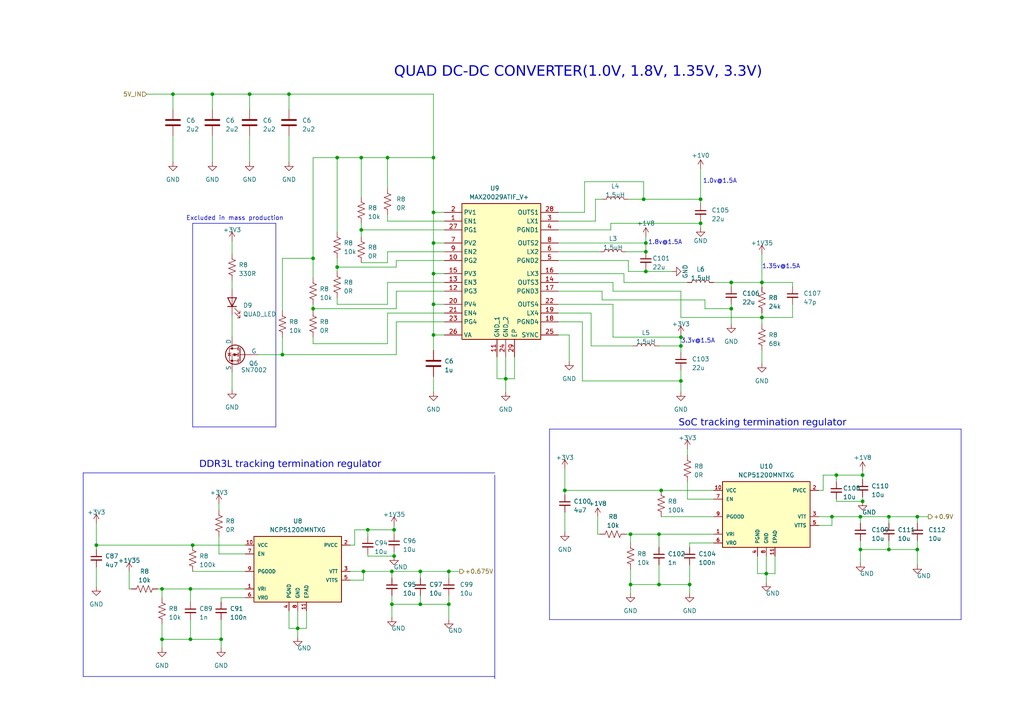
<source format=kicad_sch>
(kicad_sch (version 20230121) (generator eeschema)
  (paper "A4")
  (lib_symbols
    (symbol "Device:C" (pin_numbers hide) (pin_names (offset 0.254))
      (property "Reference" "C" (at 0.635 2.54 0))
      (property "Value" "C" (at 0.635 -2.54 0))
      (symbol "C_0_1"
        (polyline (pts (xy -2.032 -0.762) (xy 2.032 -0.762)) (stroke (width 0.508)))
        (polyline (pts (xy -2.032 0.762) (xy 2.032 0.762)) (stroke (width 0.508)))
      )
      (symbol "C_1_1"
        (pin passive line (at 0 3.81 270) (length 2.794) (name "~") (number "1"))
        (pin passive line (at 0 -3.81 90) (length 2.794) (name "~") (number "2"))
      )
    )
    (symbol "Device:C_Small" (pin_numbers hide) (pin_names (offset 0.254) hide)
      (property "Reference" "C" (at 0.254 1.778 0))
      (property "Value" "C_Small" (at 0.254 -2.032 0))
      (symbol "C_Small_0_1"
        (polyline (pts (xy -1.524 -0.508) (xy 1.524 -0.508)) (stroke (width 0.3302)))
        (polyline (pts (xy -1.524 0.508) (xy 1.524 0.508)) (stroke (width 0.3048)))
      )
      (symbol "C_Small_1_1"
        (pin passive line (at 0 2.54 270) (length 2.032) (name "~") (number "1"))
        (pin passive line (at 0 -2.54 90) (length 2.032) (name "~") (number "2"))
      )
    )
    (symbol "Device:L" (pin_numbers hide) (pin_names (offset 1.016) hide)
      (property "Reference" "L" (at -1.27 0 90))
      (property "Value" "L" (at 1.905 0 90))
      (symbol "L_0_1"
        (arc (start 0 -2.54) (mid 0.6323 -1.905) (end 0 -1.27))
        (arc (start 0 -1.27) (mid 0.6323 -0.635) (end 0 0))
        (arc (start 0 0) (mid 0.6323 0.635) (end 0 1.27))
        (arc (start 0 1.27) (mid 0.6323 1.905) (end 0 2.54))
      )
      (symbol "L_1_1"
        (pin passive line (at 0 3.81 270) (length 1.27) (name "1") (number "1"))
        (pin passive line (at 0 -3.81 90) (length 1.27) (name "2") (number "2"))
      )
    )
    (symbol "Device:LED" (pin_numbers hide) (pin_names (offset 1.016) hide)
      (property "Reference" "D" (at 0 2.54 0))
      (property "Value" "LED" (at 0 -2.54 0))
      (symbol "LED_0_1"
        (polyline (pts (xy -1.27 -1.27) (xy -1.27 1.27)) (stroke (width 0.254)))
        (polyline (pts (xy -1.27 0) (xy 1.27 0)))
        (polyline (pts (xy 1.27 -1.27) (xy 1.27 1.27) (xy -1.27 0) (xy 1.27 -1.27)) (stroke (width 0.254)))
        (polyline (pts (xy -3.048 -0.762) (xy -4.572 -2.286) (xy -3.81 -2.286) (xy -4.572 -2.286) (xy -4.572 -1.524)))
        (polyline (pts (xy -1.778 -0.762) (xy -3.302 -2.286) (xy -2.54 -2.286) (xy -3.302 -2.286) (xy -3.302 -1.524)))
      )
      (symbol "LED_1_1"
        (pin passive line (at -3.81 0 0) (length 2.54) (name "K") (number "1"))
        (pin passive line (at 3.81 0 180) (length 2.54) (name "A") (number "2"))
      )
    )
    (symbol "Device:R_US" (pin_numbers hide) (pin_names (offset 0))
      (property "Reference" "R" (at 2.54 0 90))
      (property "Value" "R_US" (at -2.54 0 90))
      (symbol "R_US_0_1"
        (polyline (pts (xy 0 -2.286) (xy 0 -2.54)))
        (polyline (pts (xy 0 2.286) (xy 0 2.54)))
        (polyline (pts (xy 0 -0.762) (xy 1.016 -1.143) (xy 0 -1.524) (xy -1.016 -1.905) (xy 0 -2.286)))
        (polyline (pts (xy 0 0.762) (xy 1.016 0.381) (xy 0 0) (xy -1.016 -0.381) (xy 0 -0.762)))
        (polyline (pts (xy 0 2.286) (xy 1.016 1.905) (xy 0 1.524) (xy -1.016 1.143) (xy 0 0.762)))
      )
      (symbol "R_US_1_1"
        (pin passive line (at 0 3.81 270) (length 1.27) (name "~") (number "1"))
        (pin passive line (at 0 -3.81 90) (length 1.27) (name "~") (number "2"))
      )
    )
    (symbol "MAX20029ATIF/V+:MAX20029ATIF_V+"
      (property "Reference" "U1" (at 30.48 -41.91 0))
      (property "Value" "MAX20029ATIF_V+" (at 31.75 -44.45 0))
      (symbol "MAX20029ATIF_V+_1_1"
        (rectangle (start 5.08 11.43) (end 27.94 -27.94) (stroke (width 0.254)) (fill (type background)))
        (pin passive line (at 0 6.35 0) (length 5.08) (name "EN1") (number "1"))
        (pin passive line (at 0 -5.08 0) (length 5.08) (name "PG2") (number "10"))
        (pin passive line (at 15.24 -33.02 90) (length 5.08) (name "GND_1") (number "11"))
        (pin passive line (at 0 -13.97 0) (length 5.08) (name "PG3") (number "12"))
        (pin passive line (at 0 -11.43 0) (length 5.08) (name "EN3") (number "13"))
        (pin passive line (at 33.02 -11.43 180) (length 5.08) (name "OUTS3") (number "14"))
        (pin passive line (at 0 -8.89 0) (length 5.08) (name "PV3") (number "15"))
        (pin passive line (at 33.02 -8.89 180) (length 5.08) (name "LX3") (number "16"))
        (pin passive line (at 33.02 -13.97 180) (length 5.08) (name "PGND3") (number "17"))
        (pin passive line (at 33.02 -22.86 180) (length 5.08) (name "PGND4") (number "18"))
        (pin passive line (at 33.02 -20.32 180) (length 5.08) (name "LX4") (number "19"))
        (pin passive line (at 0 8.89 0) (length 5.08) (name "PV1") (number "2"))
        (pin passive line (at 0 -17.78 0) (length 5.08) (name "PV4") (number "20"))
        (pin passive line (at 0 -20.32 0) (length 5.08) (name "EN4") (number "21"))
        (pin passive line (at 33.02 -17.78 180) (length 5.08) (name "OUTS4") (number "22"))
        (pin passive line (at 0 -22.86 0) (length 5.08) (name "PG4") (number "23"))
        (pin passive line (at 17.78 -33.02 90) (length 5.08) (name "GND_2") (number "24"))
        (pin passive line (at 33.02 -26.67 180) (length 5.08) (name "SYNC") (number "25"))
        (pin passive line (at 0 -26.67 0) (length 5.08) (name "VA") (number "26"))
        (pin passive line (at 0 3.81 0) (length 5.08) (name "PG1") (number "27"))
        (pin passive line (at 33.02 8.89 180) (length 5.08) (name "OUTS1") (number "28"))
        (pin passive line (at 20.32 -33.02 90) (length 5.08) (name "EP") (number "29"))
        (pin passive line (at 33.02 6.35 180) (length 5.08) (name "LX1") (number "3"))
        (pin passive line (at 33.02 3.81 180) (length 5.08) (name "PGND1") (number "4"))
        (pin passive line (at 33.02 -5.08 180) (length 5.08) (name "PGND2") (number "5"))
        (pin passive line (at 33.02 -2.54 180) (length 5.08) (name "LX2") (number "6"))
        (pin passive line (at 0 0 0) (length 5.08) (name "PV2") (number "7"))
        (pin passive line (at 33.02 0 180) (length 5.08) (name "OUTS2") (number "8"))
        (pin passive line (at 0 -2.54 0) (length 5.08) (name "EN2") (number "9"))
      )
    )
    (symbol "NCP51200MNTXG:NCP51200MNTXG" (pin_names (offset 1.016))
      (property "Reference" "U6" (at 0 17.145 0))
      (property "Value" "NCP51200MNTXG" (at 0 14.605 0))
      (symbol "NCP51200MNTXG_0_0"
        (rectangle (start -12.7 12.7) (end 12.7 -6.35) (stroke (width 0.254)) (fill (type background)))
        (pin input line (at -15.24 -2.54 0) (length 2.54) (name "VRI") (number "1"))
        (pin power_in line (at -15.24 10.16 0) (length 2.54) (name "VCC") (number "10"))
        (pin passive line (at 2.54 -8.89 90) (length 2.54) (name "EPAD") (number "11"))
        (pin power_in line (at 15.24 10.16 180) (length 2.54) (name "PVCC") (number "2"))
        (pin output line (at 15.24 2.54 180) (length 2.54) (name "VTT") (number "3"))
        (pin power_in line (at -2.54 -8.89 90) (length 2.54) (name "PGND") (number "4"))
        (pin input line (at 15.24 0 180) (length 2.54) (name "VTTS") (number "5"))
        (pin output line (at -15.24 -5.08 0) (length 2.54) (name "VRO") (number "6"))
        (pin input line (at -15.24 7.62 0) (length 2.54) (name "EN") (number "7"))
        (pin power_in line (at 0 -8.89 90) (length 2.54) (name "GND") (number "8"))
        (pin output line (at -15.24 2.54 0) (length 2.54) (name "PGOOD") (number "9"))
      )
    )
    (symbol "Simulation_SPICE:NMOS" (pin_numbers hide) (pin_names (offset 0))
      (property "Reference" "Q4" (at -5.715 0.635 0))
      (property "Value" "SN7002" (at -5.715 -1.905 0))
      (symbol "NMOS_0_1"
        (polyline (pts (xy 0.254 0) (xy -2.54 0)))
        (polyline (pts (xy 0.254 1.905) (xy 0.254 -1.905)) (stroke (width 0.254)))
        (polyline (pts (xy 0.762 -1.27) (xy 0.762 -2.286)) (stroke (width 0.254)))
        (polyline (pts (xy 0.762 0.508) (xy 0.762 -0.508)) (stroke (width 0.254)))
        (polyline (pts (xy 0.762 2.286) (xy 0.762 1.27)) (stroke (width 0.254)))
        (polyline (pts (xy 2.54 2.54) (xy 2.54 1.778)))
        (polyline (pts (xy 2.54 -2.54) (xy 2.54 0) (xy 0.762 0)))
        (polyline (pts (xy 0.762 -1.778) (xy 3.302 -1.778) (xy 3.302 1.778) (xy 0.762 1.778)))
        (polyline (pts (xy 1.016 0) (xy 2.032 0.381) (xy 2.032 -0.381) (xy 1.016 0)) (fill (type outline)))
        (polyline (pts (xy 2.794 0.508) (xy 2.921 0.381) (xy 3.683 0.381) (xy 3.81 0.254)))
        (polyline (pts (xy 3.302 0.381) (xy 2.921 -0.254) (xy 3.683 -0.254) (xy 3.302 0.381)))
        (circle (center 1.651 0) (radius 2.794) (stroke (width 0.254)))
        (circle (center 2.54 -1.778) (radius 0.254) (fill (type outline)))
        (circle (center 2.54 1.778) (radius 0.254) (fill (type outline)))
      )
      (symbol "NMOS_1_1"
        (pin input line (at -5.08 0 0) (length 2.54) (name "G") (number "1"))
        (pin passive line (at 2.54 -5.08 90) (length 2.54) (name "S") (number "2"))
        (pin passive line (at 2.54 5.08 270) (length 2.54) (name "D") (number "3"))
      )
    )
    (symbol "power:+1V0" (power) (pin_names (offset 0))
      (property "Value" "+1V0" (at 0 3.556 0))
      (symbol "+1V0_0_1"
        (polyline (pts (xy -0.762 1.27) (xy 0 2.54)))
        (polyline (pts (xy 0 0) (xy 0 2.54)))
        (polyline (pts (xy 0 2.54) (xy 0.762 1.27)))
      )
      (symbol "+1V0_1_1"
        (pin power_in line (at 0 0 90) (length 0) hide (name "+1V0") (number "1"))
      )
    )
    (symbol "power:+1V35" (power) (pin_names (offset 0))
      (property "Value" "+1V35" (at 0 3.556 0))
      (symbol "+1V35_0_1"
        (polyline (pts (xy -0.762 1.27) (xy 0 2.54)))
        (polyline (pts (xy 0 0) (xy 0 2.54)))
        (polyline (pts (xy 0 2.54) (xy 0.762 1.27)))
      )
      (symbol "+1V35_1_1"
        (pin power_in line (at 0 0 90) (length 0) hide (name "+1V35") (number "1"))
      )
    )
    (symbol "power:+1V8" (power) (pin_names (offset 0))
      (property "Value" "+1V8" (at 0 3.556 0))
      (symbol "+1V8_0_1"
        (polyline (pts (xy -0.762 1.27) (xy 0 2.54)))
        (polyline (pts (xy 0 0) (xy 0 2.54)))
        (polyline (pts (xy 0 2.54) (xy 0.762 1.27)))
      )
      (symbol "+1V8_1_1"
        (pin power_in line (at 0 0 90) (length 0) hide (name "+1V8") (number "1"))
      )
    )
    (symbol "power:+3V3" (power) (pin_names (offset 0))
      (property "Value" "+3V3" (at 0 3.556 0))
      (symbol "+3V3_0_1"
        (polyline (pts (xy -0.762 1.27) (xy 0 2.54)))
        (polyline (pts (xy 0 0) (xy 0 2.54)))
        (polyline (pts (xy 0 2.54) (xy 0.762 1.27)))
      )
      (symbol "+3V3_1_1"
        (pin power_in line (at 0 0 90) (length 0) hide (name "+3V3") (number "1"))
      )
    )
    (symbol "power:GND" (power) (pin_names (offset 0))
      (property "Value" "GND" (at 0 -3.81 0))
      (symbol "GND_0_1"
        (polyline (pts (xy 0 0) (xy 0 -1.27) (xy 1.27 -1.27) (xy 0 -2.54) (xy -1.27 -1.27) (xy 0 -1.27)))
      )
      (symbol "GND_1_1"
        (pin power_in line (at 0 0 270) (length 0) hide (name "GND") (number "1"))
      )
    )
  )
  (junction (at 242.57 137.795))
  (junction (at 249.555 149.86))
  (junction (at 61.595 27.305))
  (junction (at 186.69 57.785))
  (junction (at 55.245 185.42))
  (junction (at 125.73 88.265))
  (junction (at 200.025 169.545))
  (junction (at 86.36 182.245))
  (junction (at 97.79 45.72))
  (junction (at 266.065 159.385))
  (junction (at 64.135 185.42))
  (junction (at 191.77 142.24))
  (junction (at 97.79 77.47))
  (junction (at 90.805 89.535))
  (junction (at 220.98 92.075))
  (junction (at 146.685 109.855))
  (junction (at 191.135 154.94))
  (junction (at 250.19 145.415))
  (junction (at 104.775 45.72))
  (junction (at 187.325 73.025))
  (junction (at 241.3 149.86))
  (junction (at 113.665 175.26))
  (junction (at 81.915 102.87))
  (junction (at 203.2 57.785))
  (junction (at 212.09 89.535))
  (junction (at 249.555 159.385))
  (junction (at 130.175 165.735))
  (junction (at 83.82 27.305))
  (junction (at 46.99 185.42))
  (junction (at 257.81 159.385))
  (junction (at 197.485 110.49))
  (junction (at 72.39 27.305))
  (junction (at 203.2 64.77))
  (junction (at 250.19 137.795))
  (junction (at 197.485 100.33))
  (junction (at 121.92 175.26))
  (junction (at 222.25 166.37))
  (junction (at 191.135 169.545))
  (junction (at 90.805 74.93))
  (junction (at 163.83 142.24))
  (junction (at 125.73 61.595))
  (junction (at 104.775 66.675))
  (junction (at 182.88 169.545))
  (junction (at 257.81 149.86))
  (junction (at 187.325 70.485))
  (junction (at 50.165 27.305))
  (junction (at 112.395 45.72))
  (junction (at 46.99 170.815))
  (junction (at 182.88 154.94))
  (junction (at 106.68 153.67))
  (junction (at 105.41 165.735))
  (junction (at 55.88 158.115))
  (junction (at 220.98 81.915))
  (junction (at 125.73 70.485))
  (junction (at 114.3 153.67))
  (junction (at 130.175 175.26))
  (junction (at 125.73 97.155))
  (junction (at 55.245 170.815))
  (junction (at 187.325 78.74))
  (junction (at 197.485 97.79))
  (junction (at 212.09 81.915))
  (junction (at 121.92 165.735))
  (junction (at 125.73 79.375))
  (junction (at 114.3 161.29))
  (junction (at 113.665 165.735))
  (junction (at 27.94 158.115))
  (junction (at 125.73 45.72))
  (junction (at 266.065 149.86))
  (wire (pts (xy 197.485 107.315) (xy 197.485 110.49)))
  (wire (pts (xy 174.625 86.995) (xy 204.47 86.995)))
  (wire (pts (xy 67.31 81.28) (xy 67.31 83.82)))
  (wire (pts (xy 104.775 66.675) (xy 104.775 68.58)))
  (wire (pts (xy 130.175 172.72) (xy 130.175 175.26)))
  (polyline (pts (xy 143.51 196.85) (xy 143.51 137.795)))
  (wire (pts (xy 191.135 154.94) (xy 191.135 158.75)))
  (wire (pts (xy 197.485 97.155) (xy 197.485 97.79)))
  (wire (pts (xy 72.39 31.75) (xy 72.39 27.305)))
  (wire (pts (xy 90.805 99.695) (xy 112.395 99.695)))
  (wire (pts (xy 113.665 172.72) (xy 113.665 175.26)))
  (wire (pts (xy 104.775 45.72) (xy 104.775 57.15)))
  (wire (pts (xy 114.935 75.565) (xy 114.935 77.47)))
  (wire (pts (xy 177.165 66.675) (xy 177.165 64.77)))
  (wire (pts (xy 112.395 45.72) (xy 112.395 54.61)))
  (wire (pts (xy 242.57 139.7) (xy 242.57 137.795)))
  (wire (pts (xy 203.2 57.785) (xy 203.2 59.055)))
  (wire (pts (xy 146.685 103.505) (xy 146.685 109.855)))
  (wire (pts (xy 168.91 110.49) (xy 197.485 110.49)))
  (wire (pts (xy 114.935 89.535) (xy 90.805 89.535)))
  (wire (pts (xy 173.355 149.86) (xy 173.355 154.94)))
  (wire (pts (xy 177.8 97.79) (xy 197.485 97.79)))
  (wire (pts (xy 266.065 149.86) (xy 269.24 149.86)))
  (wire (pts (xy 55.245 185.42) (xy 64.135 185.42)))
  (wire (pts (xy 266.065 156.845) (xy 266.065 159.385)))
  (wire (pts (xy 86.36 182.245) (xy 83.82 182.245)))
  (wire (pts (xy 182.88 154.94) (xy 182.88 157.48)))
  (polyline (pts (xy 159.385 124.46) (xy 278.765 124.46)))
  (wire (pts (xy 249.555 159.385) (xy 249.555 163.195)))
  (wire (pts (xy 112.395 45.72) (xy 125.73 45.72)))
  (wire (pts (xy 90.805 80.645) (xy 90.805 74.93)))
  (wire (pts (xy 50.165 39.37) (xy 50.165 46.99)))
  (wire (pts (xy 97.79 88.265) (xy 112.395 88.265)))
  (wire (pts (xy 212.09 81.915) (xy 207.01 81.915)))
  (wire (pts (xy 102.87 158.115) (xy 102.87 153.67)))
  (wire (pts (xy 161.925 97.155) (xy 165.1 97.155)))
  (wire (pts (xy 177.165 64.77) (xy 203.2 64.77)))
  (wire (pts (xy 182.88 169.545) (xy 182.88 172.085)))
  (wire (pts (xy 257.81 149.86) (xy 257.81 151.765)))
  (polyline (pts (xy 278.765 179.705) (xy 278.765 124.46)))
  (wire (pts (xy 125.73 79.375) (xy 128.905 79.375)))
  (wire (pts (xy 177.8 88.265) (xy 177.8 97.79)))
  (wire (pts (xy 128.905 84.455) (xy 114.935 84.455)))
  (wire (pts (xy 161.925 75.565) (xy 182.245 75.565)))
  (wire (pts (xy 250.19 136.525) (xy 250.19 137.795)))
  (wire (pts (xy 121.92 172.72) (xy 121.92 175.26)))
  (wire (pts (xy 112.395 62.23) (xy 112.395 64.135)))
  (wire (pts (xy 125.73 88.265) (xy 125.73 79.375)))
  (wire (pts (xy 238.76 142.24) (xy 238.76 137.795)))
  (wire (pts (xy 168.91 93.345) (xy 168.91 110.49)))
  (wire (pts (xy 81.915 97.79) (xy 81.915 102.87)))
  (wire (pts (xy 102.87 153.67) (xy 106.68 153.67)))
  (wire (pts (xy 199.39 144.78) (xy 199.39 139.7)))
  (wire (pts (xy 180.975 79.375) (xy 180.975 81.915)))
  (wire (pts (xy 197.485 110.49) (xy 197.485 113.665)))
  (wire (pts (xy 191.135 163.83) (xy 191.135 169.545)))
  (wire (pts (xy 46.99 185.42) (xy 55.245 185.42)))
  (wire (pts (xy 161.925 64.135) (xy 172.72 64.135)))
  (wire (pts (xy 146.685 109.855) (xy 144.145 109.855)))
  (wire (pts (xy 161.925 73.025) (xy 173.99 73.025)))
  (wire (pts (xy 46.99 185.42) (xy 46.99 187.96)))
  (wire (pts (xy 220.98 83.185) (xy 220.98 81.915)))
  (wire (pts (xy 177.8 81.915) (xy 161.925 81.915)))
  (wire (pts (xy 199.39 130.175) (xy 199.39 132.08)))
  (wire (pts (xy 237.49 142.24) (xy 238.76 142.24)))
  (wire (pts (xy 146.685 113.665) (xy 146.685 109.855)))
  (wire (pts (xy 197.485 84.455) (xy 177.8 84.455)))
  (wire (pts (xy 172.72 57.785) (xy 174.625 57.785)))
  (wire (pts (xy 187.325 78.74) (xy 187.325 78.105)))
  (wire (pts (xy 61.595 39.37) (xy 61.595 46.99)))
  (wire (pts (xy 174.625 84.455) (xy 174.625 86.995)))
  (wire (pts (xy 163.83 143.51) (xy 163.83 142.24)))
  (wire (pts (xy 90.805 45.72) (xy 97.79 45.72)))
  (wire (pts (xy 125.73 45.72) (xy 125.73 27.305)))
  (wire (pts (xy 238.76 137.795) (xy 242.57 137.795)))
  (wire (pts (xy 125.73 97.155) (xy 125.73 88.265)))
  (wire (pts (xy 144.145 109.855) (xy 144.145 103.505)))
  (wire (pts (xy 187.325 78.74) (xy 194.945 78.74)))
  (wire (pts (xy 181.61 73.025) (xy 187.325 73.025)))
  (wire (pts (xy 182.88 154.94) (xy 191.135 154.94)))
  (wire (pts (xy 121.92 165.735) (xy 121.92 167.64)))
  (wire (pts (xy 27.94 164.465) (xy 27.94 170.18)))
  (wire (pts (xy 203.2 64.135) (xy 203.2 64.77)))
  (wire (pts (xy 81.915 102.87) (xy 114.935 102.87)))
  (wire (pts (xy 83.82 39.37) (xy 83.82 46.99)))
  (wire (pts (xy 90.805 89.535) (xy 90.805 90.17)))
  (wire (pts (xy 163.83 142.24) (xy 191.77 142.24)))
  (wire (pts (xy 46.99 170.815) (xy 55.245 170.815)))
  (wire (pts (xy 191.135 100.33) (xy 197.485 100.33)))
  (wire (pts (xy 90.805 97.79) (xy 90.805 99.695)))
  (wire (pts (xy 149.225 103.505) (xy 149.225 109.855)))
  (wire (pts (xy 112.395 81.915) (xy 128.905 81.915)))
  (wire (pts (xy 161.925 70.485) (xy 187.325 70.485)))
  (wire (pts (xy 97.79 86.36) (xy 97.79 88.265)))
  (wire (pts (xy 249.555 149.86) (xy 249.555 151.765)))
  (wire (pts (xy 97.79 74.93) (xy 97.79 77.47)))
  (wire (pts (xy 165.1 97.155) (xy 165.1 104.775)))
  (wire (pts (xy 257.81 159.385) (xy 249.555 159.385)))
  (wire (pts (xy 187.325 70.485) (xy 187.325 73.025)))
  (wire (pts (xy 241.3 149.86) (xy 249.555 149.86)))
  (wire (pts (xy 220.98 73.66) (xy 220.98 81.915)))
  (wire (pts (xy 220.98 90.805) (xy 220.98 92.075)))
  (wire (pts (xy 37.465 165.735) (xy 37.465 170.815)))
  (wire (pts (xy 204.47 86.995) (xy 204.47 89.535)))
  (wire (pts (xy 161.925 88.265) (xy 177.8 88.265)))
  (wire (pts (xy 97.79 77.47) (xy 97.79 78.74)))
  (wire (pts (xy 71.12 160.655) (xy 63.5 160.655)))
  (wire (pts (xy 200.025 158.75) (xy 200.025 157.48)))
  (wire (pts (xy 222.25 168.91) (xy 222.25 166.37)))
  (wire (pts (xy 212.09 93.98) (xy 212.09 89.535)))
  (wire (pts (xy 74.93 102.87) (xy 81.915 102.87)))
  (wire (pts (xy 171.45 100.33) (xy 183.515 100.33)))
  (wire (pts (xy 197.485 100.33) (xy 197.485 102.235)))
  (wire (pts (xy 130.175 165.735) (xy 133.35 165.735)))
  (wire (pts (xy 45.72 170.815) (xy 46.99 170.815)))
  (wire (pts (xy 112.395 73.025) (xy 128.905 73.025)))
  (wire (pts (xy 249.555 156.845) (xy 249.555 159.385)))
  (wire (pts (xy 64.135 174.625) (xy 64.135 173.355)))
  (wire (pts (xy 220.98 101.6) (xy 220.98 105.41)))
  (wire (pts (xy 220.98 92.075) (xy 197.485 92.075)))
  (wire (pts (xy 37.465 170.815) (xy 38.1 170.815)))
  (wire (pts (xy 163.83 148.59) (xy 163.83 154.305)))
  (wire (pts (xy 212.09 89.535) (xy 212.09 88.265)))
  (wire (pts (xy 173.355 154.94) (xy 173.99 154.94)))
  (wire (pts (xy 242.57 145.415) (xy 250.19 145.415)))
  (wire (pts (xy 27.94 158.115) (xy 55.88 158.115)))
  (wire (pts (xy 112.395 99.695) (xy 112.395 90.805)))
  (wire (pts (xy 81.915 90.17) (xy 81.915 74.93)))
  (wire (pts (xy 197.485 92.075) (xy 197.485 84.455)))
  (wire (pts (xy 257.81 159.385) (xy 266.065 159.385)))
  (wire (pts (xy 55.88 158.115) (xy 71.12 158.115)))
  (wire (pts (xy 161.925 84.455) (xy 174.625 84.455)))
  (wire (pts (xy 63.5 160.655) (xy 63.5 155.575)))
  (wire (pts (xy 114.935 77.47) (xy 97.79 77.47)))
  (wire (pts (xy 67.31 69.85) (xy 67.31 73.66)))
  (polyline (pts (xy 80.01 123.825) (xy 80.01 64.77)))
  (wire (pts (xy 182.88 169.545) (xy 191.135 169.545)))
  (polyline (pts (xy 159.385 179.705) (xy 278.765 179.705)))
  (wire (pts (xy 125.73 61.595) (xy 128.905 61.595)))
  (wire (pts (xy 222.25 166.37) (xy 219.71 166.37)))
  (wire (pts (xy 242.57 144.78) (xy 242.57 145.415)))
  (wire (pts (xy 105.41 165.735) (xy 113.665 165.735)))
  (wire (pts (xy 64.135 185.42) (xy 64.135 187.96)))
  (wire (pts (xy 113.665 165.735) (xy 121.92 165.735)))
  (polyline (pts (xy 24.13 137.16) (xy 24.13 196.215)))
  (wire (pts (xy 128.905 75.565) (xy 114.935 75.565)))
  (wire (pts (xy 191.135 169.545) (xy 200.025 169.545)))
  (wire (pts (xy 229.87 92.075) (xy 220.98 92.075)))
  (wire (pts (xy 237.49 149.86) (xy 241.3 149.86)))
  (wire (pts (xy 83.82 27.305) (xy 125.73 27.305)))
  (wire (pts (xy 130.175 165.735) (xy 130.175 167.64)))
  (wire (pts (xy 257.81 149.86) (xy 266.065 149.86)))
  (wire (pts (xy 203.2 48.895) (xy 203.2 57.785)))
  (wire (pts (xy 200.025 157.48) (xy 207.01 157.48)))
  (wire (pts (xy 55.88 165.735) (xy 71.12 165.735)))
  (wire (pts (xy 90.805 88.265) (xy 90.805 89.535)))
  (wire (pts (xy 112.395 90.805) (xy 128.905 90.805)))
  (wire (pts (xy 72.39 27.305) (xy 83.82 27.305)))
  (wire (pts (xy 212.09 83.185) (xy 212.09 81.915)))
  (wire (pts (xy 220.98 93.98) (xy 220.98 92.075)))
  (wire (pts (xy 224.79 161.29) (xy 224.79 166.37)))
  (wire (pts (xy 114.3 152.4) (xy 114.3 153.67)))
  (wire (pts (xy 83.82 182.245) (xy 83.82 177.165)))
  (wire (pts (xy 242.57 137.795) (xy 250.19 137.795)))
  (wire (pts (xy 204.47 89.535) (xy 212.09 89.535)))
  (wire (pts (xy 200.025 163.83) (xy 200.025 169.545)))
  (wire (pts (xy 50.165 27.305) (xy 50.165 31.75)))
  (wire (pts (xy 114.935 84.455) (xy 114.935 89.535)))
  (polyline (pts (xy 55.88 64.77) (xy 80.01 64.77)))
  (wire (pts (xy 203.2 64.77) (xy 203.2 66.04)))
  (wire (pts (xy 161.925 66.675) (xy 177.165 66.675)))
  (wire (pts (xy 182.245 57.785) (xy 186.69 57.785)))
  (wire (pts (xy 97.79 45.72) (xy 104.775 45.72)))
  (wire (pts (xy 257.81 156.845) (xy 257.81 159.385)))
  (polyline (pts (xy 55.88 64.77) (xy 55.88 123.825)))
  (wire (pts (xy 104.775 76.2) (xy 112.395 76.2)))
  (wire (pts (xy 191.77 149.86) (xy 207.01 149.86)))
  (wire (pts (xy 64.135 173.355) (xy 71.12 173.355)))
  (wire (pts (xy 106.68 161.29) (xy 114.3 161.29)))
  (wire (pts (xy 90.805 74.93) (xy 90.805 45.72)))
  (wire (pts (xy 101.6 168.275) (xy 105.41 168.275)))
  (wire (pts (xy 182.245 78.74) (xy 187.325 78.74)))
  (wire (pts (xy 125.73 101.6) (xy 125.73 97.155)))
  (polyline (pts (xy 24.13 137.16) (xy 143.51 137.16)))
  (wire (pts (xy 42.545 27.305) (xy 50.165 27.305)))
  (wire (pts (xy 67.31 107.95) (xy 67.31 113.03)))
  (wire (pts (xy 241.3 152.4) (xy 241.3 149.86)))
  (wire (pts (xy 112.395 64.135) (xy 128.905 64.135)))
  (wire (pts (xy 67.31 91.44) (xy 67.31 97.79)))
  (wire (pts (xy 250.19 144.145) (xy 250.19 145.415)))
  (wire (pts (xy 112.395 88.265) (xy 112.395 81.915)))
  (polyline (pts (xy 24.13 196.215) (xy 143.51 196.215)))
  (wire (pts (xy 237.49 152.4) (xy 241.3 152.4)))
  (polyline (pts (xy 55.88 123.825) (xy 80.01 123.825)))
  (wire (pts (xy 113.665 175.26) (xy 113.665 179.07)))
  (wire (pts (xy 61.595 31.75) (xy 61.595 27.305)))
  (wire (pts (xy 72.39 39.37) (xy 72.39 46.99)))
  (wire (pts (xy 46.99 180.975) (xy 46.99 185.42)))
  (wire (pts (xy 112.395 76.2) (xy 112.395 73.025)))
  (wire (pts (xy 105.41 168.275) (xy 105.41 165.735)))
  (wire (pts (xy 161.925 79.375) (xy 180.975 79.375)))
  (wire (pts (xy 163.83 135.89) (xy 163.83 142.24)))
  (wire (pts (xy 88.9 177.165) (xy 88.9 182.245)))
  (wire (pts (xy 187.325 68.58) (xy 187.325 70.485)))
  (wire (pts (xy 125.73 61.595) (xy 125.73 45.72)))
  (wire (pts (xy 121.92 175.26) (xy 113.665 175.26)))
  (wire (pts (xy 106.68 160.655) (xy 106.68 161.29)))
  (wire (pts (xy 266.065 159.385) (xy 266.065 163.83)))
  (wire (pts (xy 146.685 109.855) (xy 149.225 109.855)))
  (wire (pts (xy 86.36 184.785) (xy 86.36 182.245)))
  (wire (pts (xy 161.925 90.805) (xy 171.45 90.805)))
  (wire (pts (xy 229.87 81.915) (xy 220.98 81.915)))
  (polyline (pts (xy 159.385 124.46) (xy 159.385 179.705)))
  (wire (pts (xy 64.135 179.705) (xy 64.135 185.42)))
  (wire (pts (xy 219.71 166.37) (xy 219.71 161.29)))
  (wire (pts (xy 88.9 182.245) (xy 86.36 182.245)))
  (wire (pts (xy 177.8 84.455) (xy 177.8 81.915)))
  (wire (pts (xy 27.94 159.385) (xy 27.94 158.115)))
  (wire (pts (xy 125.73 70.485) (xy 125.73 61.595)))
  (wire (pts (xy 197.485 97.79) (xy 197.485 100.33)))
  (wire (pts (xy 50.165 27.305) (xy 61.595 27.305)))
  (wire (pts (xy 114.3 160.02) (xy 114.3 161.29)))
  (wire (pts (xy 161.925 61.595) (xy 169.545 61.595)))
  (wire (pts (xy 181.61 154.94) (xy 182.88 154.94)))
  (wire (pts (xy 125.73 109.22) (xy 125.73 113.665)))
  (wire (pts (xy 182.245 75.565) (xy 182.245 78.74)))
  (wire (pts (xy 222.25 161.29) (xy 222.25 166.37)))
  (wire (pts (xy 46.99 170.815) (xy 46.99 173.355)))
  (wire (pts (xy 229.87 83.185) (xy 229.87 81.915)))
  (wire (pts (xy 125.73 97.155) (xy 128.905 97.155)))
  (wire (pts (xy 220.98 81.915) (xy 212.09 81.915)))
  (wire (pts (xy 101.6 158.115) (xy 102.87 158.115)))
  (wire (pts (xy 266.065 149.86) (xy 266.065 151.765)))
  (wire (pts (xy 55.245 179.705) (xy 55.245 185.42)))
  (wire (pts (xy 128.905 66.675) (xy 104.775 66.675)))
  (wire (pts (xy 224.79 166.37) (xy 222.25 166.37)))
  (wire (pts (xy 249.555 149.86) (xy 257.81 149.86)))
  (wire (pts (xy 106.68 153.67) (xy 114.3 153.67)))
  (wire (pts (xy 55.245 170.815) (xy 55.245 174.625)))
  (wire (pts (xy 250.19 137.795) (xy 250.19 139.065)))
  (wire (pts (xy 161.925 93.345) (xy 168.91 93.345)))
  (wire (pts (xy 114.935 93.345) (xy 128.905 93.345)))
  (wire (pts (xy 97.79 67.31) (xy 97.79 45.72)))
  (wire (pts (xy 186.69 52.705) (xy 186.69 57.785)))
  (wire (pts (xy 83.82 27.305) (xy 83.82 31.75)))
  (wire (pts (xy 191.77 142.24) (xy 207.01 142.24)))
  (wire (pts (xy 114.3 153.67) (xy 114.3 154.94)))
  (wire (pts (xy 191.135 154.94) (xy 207.01 154.94)))
  (wire (pts (xy 101.6 165.735) (xy 105.41 165.735)))
  (wire (pts (xy 55.245 170.815) (xy 71.12 170.815)))
  (wire (pts (xy 171.45 90.805) (xy 171.45 100.33)))
  (wire (pts (xy 229.87 88.265) (xy 229.87 92.075)))
  (wire (pts (xy 169.545 61.595) (xy 169.545 52.705)))
  (wire (pts (xy 203.2 57.785) (xy 186.69 57.785)))
  (wire (pts (xy 200.025 169.545) (xy 200.025 172.085)))
  (wire (pts (xy 106.68 155.575) (xy 106.68 153.67)))
  (wire (pts (xy 169.545 52.705) (xy 186.69 52.705)))
  (wire (pts (xy 125.73 79.375) (xy 125.73 70.485)))
  (wire (pts (xy 180.975 81.915) (xy 199.39 81.915)))
  (wire (pts (xy 61.595 27.305) (xy 72.39 27.305)))
  (wire (pts (xy 125.73 70.485) (xy 128.905 70.485)))
  (wire (pts (xy 104.775 45.72) (xy 112.395 45.72)))
  (wire (pts (xy 130.175 175.26) (xy 130.175 179.705)))
  (wire (pts (xy 104.775 66.675) (xy 104.775 64.77)))
  (wire (pts (xy 81.915 74.93) (xy 90.805 74.93)))
  (wire (pts (xy 121.92 165.735) (xy 130.175 165.735)))
  (wire (pts (xy 63.5 146.05) (xy 63.5 147.955)))
  (wire (pts (xy 121.92 175.26) (xy 130.175 175.26)))
  (wire (pts (xy 182.88 165.1) (xy 182.88 169.545)))
  (wire (pts (xy 86.36 177.165) (xy 86.36 182.245)))
  (wire (pts (xy 27.94 151.765) (xy 27.94 158.115)))
  (wire (pts (xy 172.72 64.135) (xy 172.72 57.785)))
  (wire (pts (xy 113.665 165.735) (xy 113.665 167.64)))
  (wire (pts (xy 207.01 144.78) (xy 199.39 144.78)))
  (wire (pts (xy 125.73 88.265) (xy 128.905 88.265)))
  (wire (pts (xy 114.935 102.87) (xy 114.935 93.345)))
  (text "DDR3L tracking termination regulator" (at 57.785 136.525 0) (effects (font (size 2 2)) (justify left bottom)))
  (text "Excluded in mass production" (at 53.975 64.135 0) (effects (font (size 1.27 1.27)) (justify left bottom)))
  (text "SoC tracking termination regulator" (at 196.85 124.46 0) (effects (font (size 2 2)) (justify left bottom)))
  (text "1.0v@1.5A" (at 203.835 53.34 0) (effects (font (size 1.27 1.27)) (justify left bottom)))
  (text "1.35v@1.5A" (at 220.98 78.105 0) (effects (font (size 1.27 1.27)) (justify left bottom)))
  (text "1.8v@1.5A" (at 187.96 71.12 0) (effects (font (size 1.27 1.27)) (justify left bottom)))
  (text "QUAD DC-DC CONVERTER(1.0V, 1.8V, 1.35V, 3.3V)" (at 114.3 23.495 0) (effects (font (size 3 3)) (justify left bottom)))
  (text "3.3v@1.5A" (at 197.485 99.695 0) (effects (font (size 1.27 1.27)) (justify left bottom)))
  (hierarchical_label "5V_IN" (shape input) (at 42.545 27.305 180))
  (hierarchical_label "+0.9V" (shape output) (at 269.24 149.86 0))
  (hierarchical_label "+0.675V" (shape output) (at 133.35 165.735 0))
  (symbol (lib_id "power:GND") (at 220.98 105.41 0) (unit 1)
    (property "Reference" "#PWR0103" (effects hide))
    (property "Value" "GND" (at 220.98 110.49 0))
  )
  (symbol (lib_id "Device:C_Small") (at 212.09 85.725 0) (unit 1)
    (property "Reference" "C106" (at 215.265 85.0963 0) (effects (justify left)))
    (property "Value" "22u" (at 215.265 87.6363 0) (effects (justify left)))
    (property "Footprint" "Capacitor_SMD:C_0603_1608Metric" (effects hide))
  )
  (symbol (lib_id "Device:C_Small") (at 55.245 177.165 0) (unit 1)
    (property "Reference" "C89" (at 57.785 176.5363 0) (effects (justify left)))
    (property "Value" "1n" (at 57.785 179.0763 0) (effects (justify left)))
    (property "Footprint" "Capacitor_SMD:C_0402_1005Metric" (effects hide))
  )
  (symbol (lib_id "Device:C_Small") (at 106.68 158.115 0) (unit 1)
    (property "Reference" "C94" (at 108.585 157.48 0) (effects (justify left)))
    (property "Value" "10u" (at 108.585 160.02 0) (effects (justify left)))
    (property "Footprint" "Capacitor_SMD:C_0402_1005Metric" (effects hide))
  )
  (symbol (lib_id "power:GND") (at 200.025 172.085 0) (unit 1)
    (property "Reference" "#PWR098" (effects hide))
    (property "Value" "GND" (at 200.025 177.165 0))
  )
  (symbol (lib_id "Device:R_US") (at 191.77 146.05 0) (unit 1)
    (property "Reference" "R8" (at 193.675 145.415 0) (effects (justify left)))
    (property "Value" "100k" (at 193.675 147.955 0) (effects (justify left)))
    (property "Footprint" "Resistor_SMD:R_0402_1005Metric" (effects hide))
    (property "MPN" "0402WGF1802TCE" (effects hide))
    (instances (project "Joy12vPCB_PoE" (path "" (reference "R8") (unit 1)) (path "" (reference "R8") (unit 1)) (path "" (reference "R77") (unit 1))))
  )
  (symbol (lib_id "Device:L") (at 177.8 73.025 90) (unit 1)
    (property "Reference" "L3" (at 177.8 69.215 90))
    (property "Value" "1.5uH" (at 177.8 71.755 90))
    (property "Footprint" "Library:TFM252012ALMA1R5MTAA" (effects hide))
  )
  (symbol (lib_id "Device:C_Small") (at 191.135 161.29 0) (unit 1)
    (property "Reference" "C102" (at 193.675 160.6613 0) (effects (justify left)))
    (property "Value" "1n" (at 193.675 163.2013 0) (effects (justify left)))
    (property "Footprint" "Capacitor_SMD:C_0402_1005Metric" (effects hide))
  )
  (symbol (lib_id "Device:R_US") (at 90.805 93.98 0) (unit 1)
    (property "Reference" "R8" (at 92.71 93.345 0) (effects (justify left)))
    (property "Value" "0R" (at 92.71 95.885 0) (effects (justify left)))
    (property "Footprint" "Resistor_SMD:R_0603_1608Metric" (effects hide))
    (property "MPN" "0402WGF1802TCE" (effects hide))
    (instances (project "Joy12vPCB_PoE" (path "" (reference "R8") (unit 1)) (path "" (reference "R8") (unit 1)) (path "" (reference "R69") (unit 1))))
  )
  (symbol (lib_id "power:GND") (at 203.2 66.04 0) (unit 1)
    (property "Reference" "#PWR0100" (effects hide))
    (property "Value" "GND" (at 203.2 69.85 0))
  )
  (symbol (lib_id "Device:L") (at 187.325 100.33 90) (unit 1)
    (property "Reference" "L5" (at 187.325 96.52 90))
    (property "Value" "1.5uH" (at 187.325 99.06 90))
    (property "Footprint" "Library:TFM252012ALMA1R5MTAA" (effects hide))
  )
  (symbol (lib_id "Device:R_US") (at 199.39 135.89 0) (unit 1)
    (property "Reference" "R8" (at 201.295 135.255 0) (effects (justify left)))
    (property "Value" "0R" (at 201.295 137.795 0) (effects (justify left)))
    (property "Footprint" "Resistor_SMD:R_0603_1608Metric" (effects hide))
    (property "MPN" "0402WGF1802TCE" (effects hide))
    (instances (project "Joy12vPCB_PoE" (path "" (reference "R8") (unit 1)) (path "" (reference "R8") (unit 1)) (path "" (reference "R78") (unit 1))))
  )
  (symbol (lib_id "Device:R_US") (at 41.91 170.815 90) (unit 1)
    (property "Reference" "R8" (at 41.91 165.735 90))
    (property "Value" "10k" (at 41.91 168.275 90))
    (property "Footprint" "Resistor_SMD:R_0402_1005Metric" (effects hide))
    (property "MPN" "0402WGF1802TCE" (effects hide))
    (instances (project "Joy12vPCB_PoE" (path "" (reference "R8") (unit 1)) (path "" (reference "R8") (unit 1)) (path "" (reference "R62") (unit 1))))
  )
  (symbol (lib_id "power:GND") (at 86.36 184.785 0) (unit 1)
    (property "Reference" "#PWR081" (effects hide))
    (property "Value" "GND" (at 88.265 187.96 0))
  )
  (symbol (lib_id "power:GND") (at 83.82 46.99 0) (unit 1)
    (property "Reference" "#PWR080" (effects hide))
    (property "Value" "GND" (at 83.82 52.07 0))
  )
  (symbol (lib_id "power:+3V3") (at 197.485 97.155 0) (unit 1)
    (property "Reference" "#PWR095" (effects hide))
    (property "Value" "+3V3" (at 197.485 93.98 0))
  )
  (symbol (lib_id "power:GND") (at 249.555 163.195 0) (unit 1)
    (property "Reference" "#PWR0105" (effects hide))
    (property "Value" "GND" (at 251.46 166.37 0))
  )
  (symbol (lib_id "Device:R_US") (at 67.31 77.47 0) (unit 1)
    (property "Reference" "R8" (at 69.215 76.835 0) (effects (justify left)))
    (property "Value" "330R" (at 69.215 79.375 0) (effects (justify left)))
    (property "Footprint" "Resistor_SMD:R_0402_1005Metric" (effects hide))
    (property "MPN" "0402WGF1802TCE" (effects hide))
    (instances (project "Joy12vPCB_PoE" (path "" (reference "R8") (unit 1)) (path "" (reference "R8") (unit 1)) (path "" (reference "R66") (unit 1))))
  )
  (symbol (lib_id "power:+1V8") (at 187.325 68.58 0) (unit 1)
    (property "Reference" "#PWR093" (effects hide))
    (property "Value" "+1V8" (at 187.325 64.77 0))
  )
  (symbol (lib_id "Device:C") (at 125.73 105.41 0) (unit 1)
    (property "Reference" "C6" (at 128.905 104.775 0) (effects (justify left)))
    (property "Value" "1u" (at 128.905 107.315 0) (effects (justify left)))
    (property "Footprint" "Capacitor_SMD:C_0402_1005Metric" (effects hide))
    (instances (project "Joy12vPCB_PoE" (path "" (reference "C6") (unit 1)) (path "" (reference "C6") (unit 1)) (path "" (reference "C98") (unit 1))))
  )
  (symbol (lib_id "Device:R_US") (at 55.88 161.925 0) (unit 1)
    (property "Reference" "R8" (at 57.785 161.29 0) (effects (justify left)))
    (property "Value" "100k" (at 57.785 163.83 0) (effects (justify left)))
    (property "Footprint" "Resistor_SMD:R_0402_1005Metric" (effects hide))
    (property "MPN" "0402WGF1802TCE" (effects hide))
    (instances (project "Joy12vPCB_PoE" (path "" (reference "R8") (unit 1)) (path "" (reference "R8") (unit 1)) (path "" (reference "R64") (unit 1))))
  )
  (symbol (lib_id "power:+3V3") (at 67.31 69.85 0) (unit 1)
    (property "Reference" "#PWR077" (effects hide))
    (property "Value" "+3V3" (at 67.31 66.675 0))
  )
  (symbol (lib_id "power:GND") (at 250.19 145.415 0) (unit 1)
    (property "Reference" "#PWR0107" (effects hide))
    (property "Value" "GND" (at 252.095 148.59 0))
  )
  (symbol (lib_id "Device:C_Small") (at 121.92 170.18 0) (unit 1)
    (property "Reference" "C97" (at 124.46 169.5513 0) (effects (justify left)))
    (property "Value" "10u" (at 124.46 172.0913 0) (effects (justify left)))
    (property "Footprint" "Capacitor_SMD:C_0402_1005Metric" (effects hide))
  )
  (symbol (lib_id "NCP51200MNTXG:NCP51200MNTXG") (at 86.36 168.275 0) (unit 1)
    (property "Reference" "U8" (at 86.36 151.13 0))
    (property "Value" "NCP51200MNTXG" (at 86.36 153.67 0))
    (property "Footprint" "Library:SON50P300X300X100-11N" (effects hide))
    (property "MANUFACTURER" "ON Semiconductor" (effects hide))
  )
  (symbol (lib_id "Device:C_Small") (at 27.94 161.925 0) (unit 1)
    (property "Reference" "C87" (at 30.48 161.2963 0) (effects (justify left)))
    (property "Value" "4u7" (at 30.48 163.8363 0) (effects (justify left)))
    (property "Footprint" "Capacitor_SMD:C_0402_1005Metric" (effects hide))
  )
  (symbol (lib_id "power:+3V3") (at 63.5 146.05 0) (unit 1)
    (property "Reference" "#PWR075" (effects hide))
    (property "Value" "+3V3" (at 63.5 142.875 0))
  )
  (symbol (lib_id "Device:C_Small") (at 197.485 104.775 0) (unit 1)
    (property "Reference" "C103" (at 200.66 104.1463 0) (effects (justify left)))
    (property "Value" "22u" (at 200.66 106.6863 0) (effects (justify left)))
    (property "Footprint" "Capacitor_SMD:C_0603_1608Metric" (effects hide))
  )
  (symbol (lib_id "power:GND") (at 197.485 113.665 0) (unit 1)
    (property "Reference" "#PWR096" (effects hide))
    (property "Value" "GND" (at 197.485 118.745 0))
  )
  (symbol (lib_id "power:GND") (at 194.945 78.74 90) (unit 1)
    (property "Reference" "#PWR094" (effects hide))
    (property "Value" "GND" (at 198.755 78.74 0))
  )
  (symbol (lib_id "Device:C_Small") (at 203.2 61.595 0) (unit 1)
    (property "Reference" "C105" (at 206.375 60.9663 0) (effects (justify left)))
    (property "Value" "22u" (at 206.375 63.5063 0) (effects (justify left)))
    (property "Footprint" "Capacitor_SMD:C_0603_1608Metric" (effects hide))
  )
  (symbol (lib_id "power:+3V3") (at 163.83 135.89 0) (unit 1)
    (property "Reference" "#PWR088" (effects hide))
    (property "Value" "+3V3" (at 163.83 132.715 0))
  )
  (symbol (lib_id "Device:C_Small") (at 200.025 161.29 0) (unit 1)
    (property "Reference" "C104" (at 202.565 160.6613 0) (effects (justify left)))
    (property "Value" "100n" (at 202.565 163.2013 0) (effects (justify left)))
    (property "Footprint" "Capacitor_SMD:C_0402_1005Metric" (effects hide))
  )
  (symbol (lib_id "Device:L") (at 178.435 57.785 90) (unit 1)
    (property "Reference" "L4" (at 178.435 53.975 90))
    (property "Value" "1.5uH" (at 178.435 56.515 90))
    (property "Footprint" "Library:TFM252012ALMA1R5MTAA" (effects hide))
  )
  (symbol (lib_id "Device:C_Small") (at 250.19 141.605 0) (unit 1)
    (property "Reference" "C110" (at 252.73 140.9763 0) (effects (justify left)))
    (property "Value" "10u" (at 252.73 143.5163 0) (effects (justify left)))
    (property "Footprint" "Capacitor_SMD:C_0402_1005Metric" (effects hide))
  )
  (symbol (lib_id "Device:C_Small") (at 242.57 142.24 0) (unit 1)
    (property "Reference" "C108" (at 244.475 141.605 0) (effects (justify left)))
    (property "Value" "10u" (at 244.475 144.145 0) (effects (justify left)))
    (property "Footprint" "Capacitor_SMD:C_0402_1005Metric" (effects hide))
  )
  (symbol (lib_id "Device:R_US") (at 220.98 86.995 0) (unit 1)
    (property "Reference" "R8" (at 222.885 86.36 0) (effects (justify left)))
    (property "Value" "24k" (at 222.885 88.9 0) (effects (justify left)))
    (property "Footprint" "Resistor_SMD:R_0402_1005Metric" (effects hide))
    (property "MPN" "0402WGF1802TCE" (effects hide))
    (instances (project "Joy12vPCB_PoE" (path "" (reference "R8") (unit 1)) (path "" (reference "R8") (unit 1)) (path "" (reference "R79") (unit 1))))
  )
  (symbol (lib_id "Device:R_US") (at 182.88 161.29 180) (unit 1)
    (property "Reference" "R8" (at 184.785 160.655 0) (effects (justify right)))
    (property "Value" "10k" (at 184.785 163.195 0) (effects (justify right)))
    (property "Footprint" "Resistor_SMD:R_0402_1005Metric" (effects hide))
    (property "MPN" "0402WGF1802TCE" (effects hide))
    (instances (project "Joy12vPCB_PoE" (path "" (reference "R8") (unit 1)) (path "" (reference "R8") (unit 1)) (path "" (reference "R76") (unit 1))))
  )
  (symbol (lib_id "power:GND") (at 114.3 161.29 0) (unit 1)
    (property "Reference" "#PWR084" (effects hide))
    (property "Value" "GND" (at 116.205 164.465 0))
  )
  (symbol (lib_id "Device:C") (at 50.165 35.56 0) (unit 1)
    (property "Reference" "C6" (at 53.975 34.925 0) (effects (justify left)))
    (property "Value" "2u2" (at 53.975 37.465 0) (effects (justify left)))
    (property "Footprint" "Capacitor_SMD:C_0402_1005Metric" (effects hide))
    (instances (project "Joy12vPCB_PoE" (path "" (reference "C6") (unit 1)) (path "" (reference "C6") (unit 1)) (path "" (reference "C88") (unit 1))))
  )
  (symbol (lib_id "power:+3V3") (at 27.94 151.765 0) (unit 1)
    (property "Reference" "#PWR069" (effects hide))
    (property "Value" "+3V3" (at 27.94 148.59 0))
  )
  (symbol (lib_id "Device:R_US") (at 90.805 84.455 0) (unit 1)
    (property "Reference" "R8" (at 92.71 83.82 0) (effects (justify left)))
    (property "Value" "10k" (at 92.71 86.36 0) (effects (justify left)))
    (property "Footprint" "Resistor_SMD:R_0402_1005Metric" (effects hide))
    (property "MPN" "0402WGF1802TCE" (effects hide))
    (instances (project "Joy12vPCB_PoE" (path "" (reference "R8") (unit 1)) (path "" (reference "R8") (unit 1)) (path "" (reference "R68") (unit 1))))
  )
  (symbol (lib_id "power:+1V35") (at 37.465 165.735 0) (unit 1)
    (property "Reference" "#PWR071" (effects hide))
    (property "Value" "+1V35" (at 37.465 162.56 0))
  )
  (symbol (lib_id "Device:R_US") (at 104.775 60.96 0) (unit 1)
    (property "Reference" "R8" (at 106.68 60.325 0) (effects (justify left)))
    (property "Value" "10k" (at 106.68 62.865 0) (effects (justify left)))
    (property "Footprint" "Resistor_SMD:R_0402_1005Metric" (effects hide))
    (property "MPN" "0402WGF1802TCE" (effects hide))
    (instances (project "Joy12vPCB_PoE" (path "" (reference "R8") (unit 1)) (path "" (reference "R8") (unit 1)) (path "" (reference "R72") (unit 1))))
  )
  (symbol (lib_id "Device:C_Small") (at 130.175 170.18 0) (unit 1)
    (property "Reference" "C99" (at 133.35 169.5513 0) (effects (justify left)))
    (property "Value" "10u" (at 133.35 172.0913 0) (effects (justify left)))
    (property "Footprint" "Capacitor_SMD:C_0402_1005Metric" (effects hide))
  )
  (symbol (lib_id "power:+3V3") (at 199.39 130.175 0) (unit 1)
    (property "Reference" "#PWR097" (effects hide))
    (property "Value" "+3V3" (at 199.39 127 0))
  )
  (symbol (lib_id "Device:C") (at 72.39 35.56 0) (unit 1)
    (property "Reference" "C6" (at 76.2 34.925 0) (effects (justify left)))
    (property "Value" "2u2" (at 76.2 37.465 0) (effects (justify left)))
    (property "Footprint" "Capacitor_SMD:C_0402_1005Metric" (effects hide))
    (instances (project "Joy12vPCB_PoE" (path "" (reference "C6") (unit 1)) (path "" (reference "C6") (unit 1)) (path "" (reference "C92") (unit 1))))
  )
  (symbol (lib_id "power:GND") (at 125.73 113.665 0) (unit 1)
    (property "Reference" "#PWR085" (effects hide))
    (property "Value" "GND" (at 125.73 118.745 0))
  )
  (symbol (lib_id "power:+1V35") (at 114.3 152.4 0) (unit 1)
    (property "Reference" "#PWR083" (effects hide))
    (property "Value" "+1V35" (at 114.3 149.225 0))
  )
  (symbol (lib_id "Device:C_Small") (at 114.3 157.48 0) (unit 1)
    (property "Reference" "C96" (at 116.84 156.8513 0) (effects (justify left)))
    (property "Value" "10u" (at 116.84 159.3913 0) (effects (justify left)))
    (property "Footprint" "Capacitor_SMD:C_0402_1005Metric" (effects hide))
  )
  (symbol (lib_id "Device:C_Small") (at 266.065 154.305 0) (unit 1)
    (property "Reference" "C112" (at 269.24 153.6763 0) (effects (justify left)))
    (property "Value" "10u" (at 269.24 156.2163 0) (effects (justify left)))
    (property "Footprint" "Capacitor_SMD:C_0402_1005Metric" (effects hide))
  )
  (symbol (lib_id "Device:C_Small") (at 229.87 85.725 0) (unit 1)
    (property "Reference" "C107" (at 233.045 85.0963 0) (effects (justify left)))
    (property "Value" "47p" (at 233.045 87.6363 0) (effects (justify left)))
    (property "Footprint" "Capacitor_SMD:C_0402_1005Metric" (effects hide))
  )
  (symbol (lib_id "power:GND") (at 27.94 170.18 0) (unit 1)
    (property "Reference" "#PWR070" (effects hide))
    (property "Value" "GND" (at 27.94 175.26 0))
  )
  (symbol (lib_id "power:GND") (at 72.39 46.99 0) (unit 1)
    (property "Reference" "#PWR079" (effects hide))
    (property "Value" "GND" (at 72.39 52.07 0))
  )
  (symbol (lib_id "power:GND") (at 163.83 154.305 0) (unit 1)
    (property "Reference" "#PWR089" (effects hide))
    (property "Value" "GND" (at 163.83 159.385 0))
  )
  (symbol (lib_id "Device:R_US") (at 112.395 58.42 0) (unit 1)
    (property "Reference" "R8" (at 114.935 57.785 0) (effects (justify left)))
    (property "Value" "0R" (at 114.935 60.325 0) (effects (justify left)))
    (property "Footprint" "Resistor_SMD:R_0603_1608Metric" (effects hide))
    (property "MPN" "0402WGF1802TCE" (effects hide))
    (instances (project "Joy12vPCB_PoE" (path "" (reference "R8") (unit 1)) (path "" (reference "R8") (unit 1)) (path "" (reference "R74") (unit 1))))
  )
  (symbol (lib_id "power:+1V35") (at 220.98 73.66 0) (unit 1)
    (property "Reference" "#PWR0102" (effects hide))
    (property "Value" "+1V35" (at 220.98 70.485 0))
  )
  (symbol (lib_id "Device:C_Small") (at 64.135 177.165 0) (unit 1)
    (property "Reference" "C91" (at 66.675 176.5363 0) (effects (justify left)))
    (property "Value" "100n" (at 66.675 179.0763 0) (effects (justify left)))
    (property "Footprint" "Capacitor_SMD:C_0402_1005Metric" (effects hide))
  )
  (symbol (lib_id "power:GND") (at 50.165 46.99 0) (unit 1)
    (property "Reference" "#PWR073" (effects hide))
    (property "Value" "GND" (at 50.165 52.07 0))
  )
  (symbol (lib_id "Device:LED") (at 67.31 87.63 90) (unit 1)
    (property "Reference" "D9" (at 70.485 88.5825 90) (effects (justify right)))
    (property "Value" "QUAD_LED" (at 70.485 91.1225 90) (effects (justify right)))
    (property "Footprint" "LED_SMD:LED_0603_1608Metric" (effects hide))
  )
  (symbol (lib_id "power:GND") (at 64.135 187.96 0) (unit 1)
    (property "Reference" "#PWR076" (effects hide))
    (property "Value" "GND" (at 64.135 193.04 0))
  )
  (symbol (lib_id "Device:R_US") (at 220.98 97.79 0) (unit 1)
    (property "Reference" "R8" (at 222.885 97.155 0) (effects (justify left)))
    (property "Value" "68k" (at 222.885 99.695 0) (effects (justify left)))
    (property "Footprint" "Resistor_SMD:R_0402_1005Metric" (effects hide))
    (property "MPN" "0402WGF1802TCE" (effects hide))
    (instances (project "Joy12vPCB_PoE" (path "" (reference "R8") (unit 1)) (path "" (reference "R8") (unit 1)) (path "" (reference "R80") (unit 1))))
  )
  (symbol (lib_id "Device:L") (at 203.2 81.915 90) (unit 1)
    (property "Reference" "L6" (at 203.2 78.105 90))
    (property "Value" "1.5uH" (at 203.2 80.645 90))
    (property "Footprint" "Library:TFM252012ALMA1R5MTAA" (effects hide))
  )
  (symbol (lib_id "Device:R_US") (at 63.5 151.765 0) (unit 1)
    (property "Reference" "R8" (at 65.405 151.13 0) (effects (justify left)))
    (property "Value" "0R" (at 65.405 153.67 0) (effects (justify left)))
    (property "Footprint" "Resistor_SMD:R_0603_1608Metric" (effects hide))
    (instances (project "Joy12vPCB_PoE" (path "" (reference "R8") (unit 1)) (path "" (reference "R8") (unit 1)) (path "" (reference "R65") (unit 1))))
  )
  (symbol (lib_id "Device:R_US") (at 46.99 177.165 180) (unit 1)
    (property "Reference" "R8" (at 48.895 176.53 0) (effects (justify right)))
    (property "Value" "10k" (at 48.895 179.07 0) (effects (justify right)))
    (property "Footprint" "Resistor_SMD:R_0402_1005Metric" (effects hide))
    (property "MPN" "0402WGF1802TCE" (effects hide))
    (instances (project "Joy12vPCB_PoE" (path "" (reference "R8") (unit 1)) (path "" (reference "R8") (unit 1)) (path "" (reference "R63") (unit 1))))
  )
  (symbol (lib_id "Device:C") (at 61.595 35.56 0) (unit 1)
    (property "Reference" "C6" (at 65.405 34.925 0) (effects (justify left)))
    (property "Value" "2u2" (at 65.405 37.465 0) (effects (justify left)))
    (property "Footprint" "Capacitor_SMD:C_0402_1005Metric" (effects hide))
    (instances (project "Joy12vPCB_PoE" (path "" (reference "C6") (unit 1)) (path "" (reference "C6") (unit 1)) (path "" (reference "C90") (unit 1))))
  )
  (symbol (lib_id "Device:C_Small") (at 249.555 154.305 0) (unit 1)
    (property "Reference" "C109" (at 252.73 153.6763 0) (effects (justify left)))
    (property "Value" "10u" (at 252.73 156.2163 0) (effects (justify left)))
    (property "Footprint" "Capacitor_SMD:C_0402_1005Metric" (effects hide))
  )
  (symbol (lib_id "Device:R_US") (at 97.79 71.12 0) (unit 1)
    (property "Reference" "R8" (at 99.695 70.485 0) (effects (justify left)))
    (property "Value" "10k" (at 99.695 73.025 0) (effects (justify left)))
    (property "Footprint" "Resistor_SMD:R_0402_1005Metric" (effects hide))
    (property "MPN" "0402WGF1802TCE" (effects hide))
    (instances (project "Joy12vPCB_PoE" (path "" (reference "R8") (unit 1)) (path "" (reference "R8") (unit 1)) (path "" (reference "R70") (unit 1))))
  )
  (symbol (lib_id "Device:R_US") (at 177.8 154.94 90) (unit 1)
    (property "Reference" "R8" (at 177.8 149.86 90))
    (property "Value" "10k" (at 177.8 152.4 90))
    (property "Footprint" "Resistor_SMD:R_0402_1005Metric" (effects hide))
    (property "MPN" "0402WGF1802TCE" (effects hide))
    (instances (project "Joy12vPCB_PoE" (path "" (reference "R8") (unit 1)) (path "" (reference "R8") (unit 1)) (path "" (reference "R75") (unit 1))))
  )
  (symbol (lib_id "power:GND") (at 130.175 179.705 0) (unit 1)
    (property "Reference" "#PWR086" (effects hide))
    (property "Value" "GND" (at 132.08 182.88 0))
  )
  (symbol (lib_id "Device:R_US") (at 97.79 82.55 0) (unit 1)
    (property "Reference" "R8" (at 99.695 81.915 0) (effects (justify left)))
    (property "Value" "0R" (at 99.695 84.455 0) (effects (justify left)))
    (property "Footprint" "Resistor_SMD:R_0603_1608Metric" (effects hide))
    (property "MPN" "0402WGF1802TCE" (effects hide))
    (instances (project "Joy12vPCB_PoE" (path "" (reference "R8") (unit 1)) (path "" (reference "R8") (unit 1)) (path "" (reference "R71") (unit 1))))
  )
  (symbol (lib_id "Device:C_Small") (at 187.325 75.565 0) (unit 1)
    (property "Reference" "C101" (at 189.23 74.93 0) (effects (justify left)))
    (property "Value" "22u" (at 189.23 77.47 0) (effects (justify left)))
    (property "Footprint" "Capacitor_SMD:C_0603_1608Metric" (effects hide))
  )
  (symbol (lib_id "power:GND") (at 61.595 46.99 0) (unit 1)
    (property "Reference" "#PWR074" (effects hide))
    (property "Value" "GND" (at 61.595 52.07 0))
  )
  (symbol (lib_id "power:GND") (at 67.31 113.03 0) (unit 1)
    (property "Reference" "#PWR078" (effects hide))
    (property "Value" "GND" (at 67.31 118.11 0))
  )
  (symbol (lib_id "power:+1V0") (at 203.2 48.895 0) (unit 1)
    (property "Reference" "#PWR099" (effects hide))
    (property "Value" "+1V0" (at 203.2 45.085 0))
  )
  (symbol (lib_id "power:+1V8") (at 173.355 149.86 0) (unit 1)
    (property "Reference" "#PWR091" (effects hide))
    (property "Value" "+1V8" (at 173.355 146.05 0))
  )
  (symbol (lib_id "power:GND") (at 146.685 113.665 0) (unit 1)
    (property "Reference" "#PWR087" (effects hide))
    (property "Value" "GND" (at 146.685 118.745 0))
  )
  (symbol (lib_id "Device:R_US") (at 104.775 72.39 0) (unit 1)
    (property "Reference" "R8" (at 106.68 71.755 0) (effects (justify left)))
    (property "Value" "0R" (at 106.68 74.295 0) (effects (justify left)))
    (property "Footprint" "Resistor_SMD:R_0603_1608Metric" (effects hide))
    (property "MPN" "0402WGF1802TCE" (effects hide))
    (instances (project "Joy12vPCB_PoE" (path "" (reference "R8") (unit 1)) (path "" (reference "R8") (unit 1)) (path "" (reference "R73") (unit 1))))
  )
  (symbol (lib_id "Device:R_US") (at 81.915 93.98 0) (unit 1)
    (property "Reference" "R8" (at 83.82 93.345 0) (effects (justify left)))
    (property "Value" "10k" (at 83.82 95.885 0) (effects (justify left)))
    (property "Footprint" "Resistor_SMD:R_0402_1005Metric" (effects hide))
    (property "MPN" "0402WGF1802TCE" (effects hide))
    (instances (project "Joy12vPCB_PoE" (path "" (reference "R8") (unit 1)) (path "" (reference "R8") (unit 1)) (path "" (reference "R67") (unit 1))))
  )
  (symbol (lib_id "NCP51200MNTXG:NCP51200MNTXG") (at 222.25 152.4 0) (unit 1)
    (property "Reference" "U10" (at 222.25 135.255 0))
    (property "Value" "NCP51200MNTXG" (at 222.25 137.795 0))
    (property "Footprint" "Library:SON50P300X300X100-11N" (effects hide))
    (property "MANUFACTURER" "ON Semiconductor" (effects hide))
  )
  (symbol (lib_id "power:+1V8") (at 250.19 136.525 0) (unit 1)
    (property "Reference" "#PWR0106" (effects hide))
    (property "Value" "+1V8" (at 250.19 132.715 0))
  )
  (symbol (lib_id "power:GND") (at 113.665 179.07 0) (unit 1)
    (property "Reference" "#PWR082" (effects hide))
    (property "Value" "GND" (at 115.57 182.245 0))
  )
  (symbol (lib_id "power:GND") (at 165.1 104.775 0) (unit 1)
    (property "Reference" "#PWR090" (effects hide))
    (property "Value" "GND" (at 165.1 109.855 0))
  )
  (symbol (lib_id "power:GND") (at 222.25 168.91 0) (unit 1)
    (property "Reference" "#PWR0104" (effects hide))
    (property "Value" "GND" (at 224.155 172.085 0))
  )
  (symbol (lib_id "Simulation_SPICE:NMOS") (at 69.85 102.87 0) (mirror y) (unit 1)
    (property "Reference" "Q6" (at 74.93 105.41 0) (effects (justify left)))
    (property "Value" "SN7002" (at 77.47 107.315 0) (effects (justify left)))
    (property "Footprint" "Package_TO_SOT_SMD:SOT-23" (effects hide))
    (property "Datasheet" "https://ngspice.sourceforge.io/docs/ngspice-manual.pdf" (effects hide))
    (property "Sim.Device" "NMOS" (effects hide))
    (property "Sim.Type" "VDMOS" (effects hide))
    (property "Sim.Pins" "1=D 2=G 3=S" (effects hide))
  )
  (symbol (lib_id "power:GND") (at 266.065 163.83 0) (unit 1)
    (property "Reference" "#PWR0108" (effects hide))
    (property "Value" "GND" (at 267.97 167.005 0))
  )
  (symbol (lib_id "MAX20029ATIF/V+:MAX20029ATIF_V+") (at 128.905 70.485 0) (unit 1)
    (property "Reference" "U9" (at 143.51 54.61 0))
    (property "Value" "MAX20029ATIF_V+" (at 144.78 57.15 0))
    (property "Footprint" "Library:QFN50P500X500X80-29N" (effects hide))
    (property "Datasheet" "https://datasheets.maximintegrated.com/en/ds/MAX20029-MAX20029D.pdf" (effects hide))
    (property "Height" "0.8" (effects hide))
    (property "Manufacturer_Name" "Analog Devices" (effects hide))
    (property "Manufacturer_Part_Number" "MAX20029ATIF/V+" (effects hide))
    (property "Mouser Part Number" "700-MAX20029ATIF/V+" (effects hide))
    (property "Mouser Price/Stock" "https://www.mouser.co.uk/ProductDetail/Maxim-Integrated/MAX20029ATIF-V%2b?qs=uwxL4vQweFOl5TBKmLtmFg%3D%3D" (effects hide))
    (property "Arrow Part Number" "MAX20029ATIF/V+" (effects hide))
    (property "Arrow Price/Stock" "https://www.arrow.com/en/products/max20029atifv/maxim-integrated?region=nac" (effects hide))
  )
  (symbol (lib_id "Device:C_Small") (at 113.665 170.18 0) (unit 1)
    (property "Reference" "C95" (at 116.84 169.5513 0) (effects (justify left)))
    (property "Value" "10u" (at 116.84 172.0913 0) (effects (justify left)))
    (property "Footprint" "Capacitor_SMD:C_0402_1005Metric" (effects hide))
  )
  (symbol (lib_id "Device:C_Small") (at 163.83 146.05 0) (unit 1)
    (property "Reference" "C100" (at 166.37 145.4213 0) (effects (justify left)))
    (property "Value" "4u7" (at 166.37 147.9613 0) (effects (justify left)))
    (property "Footprint" "Capacitor_SMD:C_0402_1005Metric" (effects hide))
  )
  (symbol (lib_id "power:GND") (at 46.99 187.96 0) (unit 1)
    (property "Reference" "#PWR072" (effects hide))
    (property "Value" "GND" (at 46.99 193.04 0))
  )
  (symbol (lib_id "Device:C_Small") (at 257.81 154.305 0) (unit 1)
    (property "Reference" "C111" (at 260.35 153.6763 0) (effects (justify left)))
    (property "Value" "10u" (at 260.35 156.2163 0) (effects (justify left)))
    (property "Footprint" "Capacitor_SMD:C_0402_1005Metric" (effects hide))
  )
  (symbol (lib_id "Device:C") (at 83.82 35.56 0) (unit 1)
    (property "Reference" "C6" (at 87.63 34.925 0) (effects (justify left)))
    (property "Value" "2u2" (at 87.63 37.465 0) (effects (justify left)))
    (property "Footprint" "Capacitor_SMD:C_0402_1005Metric" (effects hide))
    (instances (project "Joy12vPCB_PoE" (path "" (reference "C6") (unit 1)) (path "" (reference "C6") (unit 1)) (path "" (reference "C93") (unit 1))))
  )
  (symbol (lib_id "power:GND") (at 182.88 172.085 0) (unit 1)
    (property "Reference" "#PWR092" (effects hide))
    (property "Value" "GND" (at 182.88 177.165 0))
  )
  (symbol (lib_id "power:GND") (at 212.09 93.98 0) (unit 1)
    (property "Reference" "#PWR0101" (effects hide))
    (property "Value" "GND" (at 212.09 99.06 0))
  )
)
</source>
